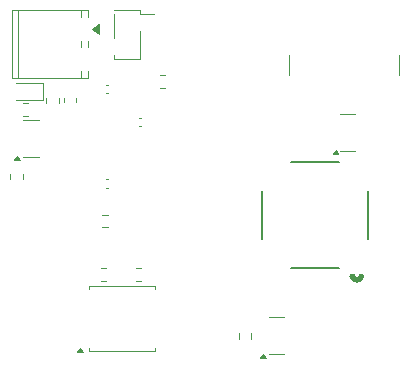
<source format=gbr>
%TF.GenerationSoftware,KiCad,Pcbnew,9.99.0-4037-gdf8ecb877a*%
%TF.CreationDate,2025-11-08T20:25:16-05:00*%
%TF.ProjectId,horizon-mini,686f7269-7a6f-46e2-9d6d-696e692e6b69,rev?*%
%TF.SameCoordinates,Original*%
%TF.FileFunction,Legend,Bot*%
%TF.FilePolarity,Positive*%
%FSLAX46Y46*%
G04 Gerber Fmt 4.6, Leading zero omitted, Abs format (unit mm)*
G04 Created by KiCad (PCBNEW 9.99.0-4037-gdf8ecb877a) date 2025-11-08 20:25:16*
%MOMM*%
%LPD*%
G01*
G04 APERTURE LIST*
%ADD10C,0.120000*%
%ADD11C,0.152400*%
%ADD12C,0.508000*%
G04 APERTURE END LIST*
%TO.C,J16*%
D10*
X144962259Y-103234487D02*
X144962259Y-105234487D01*
X144962259Y-106704487D02*
X144962259Y-107079487D01*
X147182259Y-102859487D02*
X144962259Y-102859487D01*
X147182259Y-102859487D02*
X147182259Y-103234487D01*
X147182259Y-103234487D02*
X148362259Y-103234487D01*
X147182259Y-104704487D02*
X147182259Y-107079487D01*
X147182259Y-107079487D02*
X144962259Y-107079487D01*
%TO.C,R30*%
X136227500Y-117237258D02*
X136227500Y-116762742D01*
X137272500Y-117237258D02*
X137272500Y-116762742D01*
%TO.C,R31*%
X137252679Y-110789574D02*
X137727195Y-110789574D01*
X137252679Y-111834574D02*
X137727195Y-111834574D01*
%TO.C,J1*%
X136358473Y-102888907D02*
X136358473Y-108668907D01*
X136358473Y-102888907D02*
X142798473Y-102888907D01*
X136358473Y-108668907D02*
X142798473Y-108668907D01*
X136878473Y-102888907D02*
X136878473Y-108668907D01*
X142178473Y-102888907D02*
X142178473Y-103478907D01*
X142178473Y-105538907D02*
X142178473Y-106018907D01*
X142178473Y-108078907D02*
X142178473Y-108668907D01*
X142798473Y-102888907D02*
X142798473Y-103478907D01*
X142798473Y-105538907D02*
X142798473Y-106018907D01*
X142798473Y-108078907D02*
X142798473Y-108668907D01*
X143758473Y-104948907D02*
X143148473Y-104508907D01*
X143758473Y-104068907D01*
X143758473Y-104948907D01*
G36*
X143758473Y-104948907D02*
G01*
X143148473Y-104508907D01*
X143758473Y-104068907D01*
X143758473Y-104948907D01*
G37*
%TO.C,R11*%
X144340705Y-124784875D02*
X143866189Y-124784875D01*
X144340705Y-125829875D02*
X143866189Y-125829875D01*
%TO.C,D14*%
X164100000Y-111690000D02*
X165400000Y-111690000D01*
X165400000Y-114810000D02*
X164130000Y-114810000D01*
X163990000Y-115090000D02*
X163510000Y-115090000D01*
X163750000Y-114760000D01*
X163990000Y-115090000D01*
G36*
X163990000Y-115090000D02*
G01*
X163510000Y-115090000D01*
X163750000Y-114760000D01*
X163990000Y-115090000D01*
G37*
%TO.C,J7*%
X159791249Y-106719323D02*
X159791249Y-108419323D01*
X169131249Y-106719323D02*
X169131249Y-108419323D01*
%TO.C,BZ2*%
D11*
X157516900Y-122311561D02*
X157516900Y-118188439D01*
X159938439Y-115766900D02*
X164061561Y-115766900D01*
X164061561Y-124733100D02*
X159938439Y-124733100D01*
X166483100Y-118188439D02*
X166483100Y-122311561D01*
D12*
X165918144Y-125466240D02*
G75*
G02*
X165181858Y-125466240I-368143J98139D01*
G01*
%TO.C,F2*%
D10*
X140786159Y-110391080D02*
X140786159Y-110716638D01*
X141806159Y-110391080D02*
X141806159Y-110716638D01*
%TO.C,R2*%
X146837543Y-124784875D02*
X147312059Y-124784875D01*
X146837543Y-125829875D02*
X147312059Y-125829875D01*
%TO.C,Q1*%
X158773282Y-128926692D02*
X158123282Y-128926692D01*
X158773282Y-128926692D02*
X159423282Y-128926692D01*
X158773282Y-132046692D02*
X158123282Y-132046692D01*
X158773282Y-132046692D02*
X159423282Y-132046692D01*
X157850782Y-132326692D02*
X157370782Y-132326692D01*
X157610782Y-131996692D01*
X157850782Y-132326692D01*
G36*
X157850782Y-132326692D02*
G01*
X157370782Y-132326692D01*
X157610782Y-131996692D01*
X157850782Y-132326692D01*
G37*
%TO.C,R80*%
X139256374Y-110311837D02*
X139256374Y-110786353D01*
X140301374Y-110311837D02*
X140301374Y-110786353D01*
%TO.C,C7*%
X144292164Y-109240000D02*
X144507836Y-109240000D01*
X144292164Y-109960000D02*
X144507836Y-109960000D01*
%TO.C,C9*%
X144507836Y-117240000D02*
X144292164Y-117240000D01*
X144507836Y-117960000D02*
X144292164Y-117960000D01*
%TO.C,Q2*%
X137956212Y-112221577D02*
X137306212Y-112221577D01*
X137956212Y-112221577D02*
X138606212Y-112221577D01*
X137956212Y-115341577D02*
X137306212Y-115341577D01*
X137956212Y-115341577D02*
X138606212Y-115341577D01*
X137033712Y-115621577D02*
X136553712Y-115621577D01*
X136793712Y-115291577D01*
X137033712Y-115621577D01*
G36*
X137033712Y-115621577D02*
G01*
X136553712Y-115621577D01*
X136793712Y-115291577D01*
X137033712Y-115621577D01*
G37*
%TO.C,D2*%
X136705833Y-109082907D02*
X138990833Y-109082907D01*
X138990833Y-109082907D02*
X138990833Y-110552907D01*
X138990833Y-110552907D02*
X136705833Y-110552907D01*
%TO.C,U6*%
X142902500Y-126244715D02*
X142902500Y-126514715D01*
X142902500Y-131764715D02*
X142902500Y-131494715D01*
X145662500Y-126244715D02*
X142902500Y-126244715D01*
X145662500Y-126244715D02*
X148422500Y-126244715D01*
X145662500Y-131764715D02*
X142902500Y-131764715D01*
X145662500Y-131764715D02*
X148422500Y-131764715D01*
X148422500Y-126244715D02*
X148422500Y-126514715D01*
X148422500Y-131764715D02*
X148422500Y-131494715D01*
X142377500Y-131824715D02*
X141897500Y-131824715D01*
X142137500Y-131494715D01*
X142377500Y-131824715D01*
G36*
X142377500Y-131824715D02*
G01*
X141897500Y-131824715D01*
X142137500Y-131494715D01*
X142377500Y-131824715D01*
G37*
%TO.C,R23*%
X144012742Y-120227500D02*
X144487258Y-120227500D01*
X144012742Y-121272500D02*
X144487258Y-121272500D01*
%TO.C,R1*%
X155547527Y-130715929D02*
X155547527Y-130241413D01*
X156592527Y-130715929D02*
X156592527Y-130241413D01*
%TO.C,R12*%
X148863488Y-108438363D02*
X149338004Y-108438363D01*
X148863488Y-109483363D02*
X149338004Y-109483363D01*
%TO.C,C8*%
X147092164Y-112040000D02*
X147307836Y-112040000D01*
X147092164Y-112760000D02*
X147307836Y-112760000D01*
%TD*%
M02*

</source>
